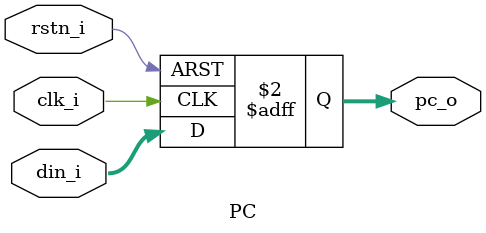
<source format=v>
`timescale 1ns / 1ps

module PC (
    input  wire         clk_i  ,
    input  wire         rstn_i ,
    input  wire [31:0]   din_i  ,        
    output reg  [31:0]   pc_o         
);

    always @ (posedge clk_i or posedge rstn_i) begin
        if (rstn_i) begin
            pc_o <= -4;
        end else begin
            pc_o <= din_i;
        end
    end

endmodule
</source>
